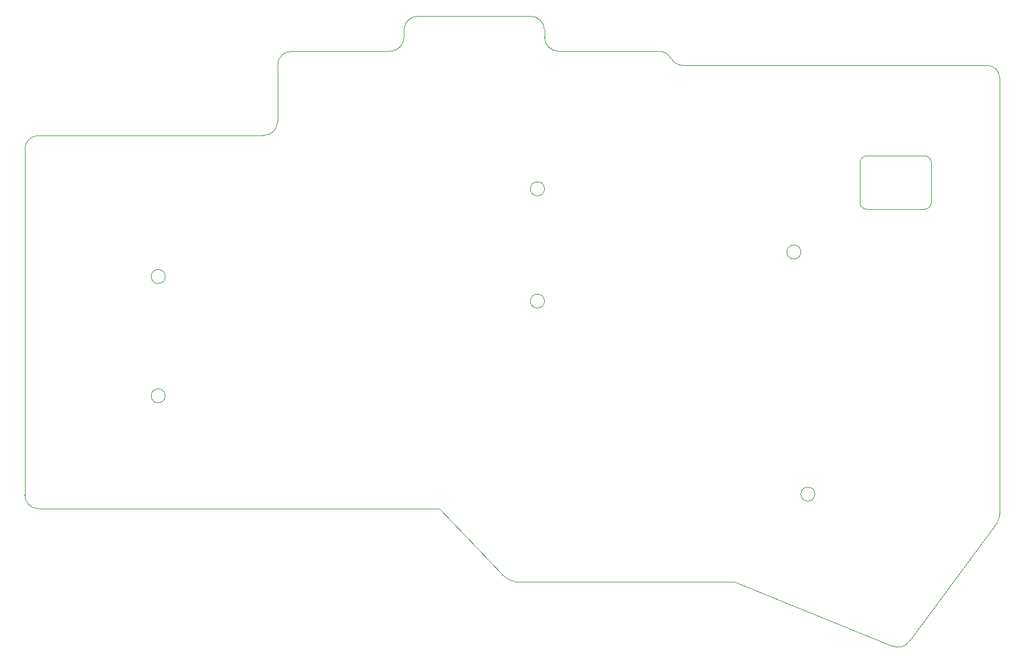
<source format=gm1>
%TF.GenerationSoftware,KiCad,Pcbnew,8.0.4*%
%TF.CreationDate,2024-08-06T18:16:03+02:00*%
%TF.ProjectId,keyboard_pcb,6b657962-6f61-4726-945f-7063622e6b69,rev1.0*%
%TF.SameCoordinates,Original*%
%TF.FileFunction,Profile,NP*%
%FSLAX46Y46*%
G04 Gerber Fmt 4.6, Leading zero omitted, Abs format (unit mm)*
G04 Created by KiCad (PCBNEW 8.0.4) date 2024-08-06 18:16:03*
%MOMM*%
%LPD*%
G01*
G04 APERTURE LIST*
%TA.AperFunction,Profile*%
%ADD10C,0.100000*%
%TD*%
G04 APERTURE END LIST*
D10*
X84000000Y-80500000D02*
G75*
G02*
X82000000Y-80500000I-1000000J0D01*
G01*
X82000000Y-80500000D02*
G75*
G02*
X84000000Y-80500000I1000000J0D01*
G01*
X182900000Y-69900000D02*
X182900000Y-64300000D01*
X201000000Y-50400000D02*
G75*
G02*
X202800000Y-52200000I0J-1800000D01*
G01*
X100000000Y-50400000D02*
G75*
G02*
X102000000Y-48400000I2000000J0D01*
G01*
X138000000Y-84000000D02*
G75*
G02*
X136000000Y-84000000I-1000000J0D01*
G01*
X136000000Y-84000000D02*
G75*
G02*
X138000000Y-84000000I1000000J0D01*
G01*
X66000000Y-113600000D02*
X106500000Y-113600000D01*
X189949999Y-132449999D02*
X202434044Y-115487896D01*
X165000000Y-124000000D02*
X187513868Y-133121447D01*
X118000000Y-45400000D02*
G75*
G02*
X120000000Y-43400000I2000000J0D01*
G01*
X176500000Y-111500000D02*
G75*
G02*
X174500000Y-111500000I-1000000J0D01*
G01*
X174500000Y-111500000D02*
G75*
G02*
X176500000Y-111500000I1000000J0D01*
G01*
X192100000Y-70900000D02*
X183900000Y-70900000D01*
X201000000Y-50400000D02*
X157750002Y-50399998D01*
X182900000Y-64300000D02*
G75*
G02*
X183900000Y-63300000I1000000J0D01*
G01*
X118000000Y-45400000D02*
X118000000Y-46400000D01*
X138000000Y-46400000D02*
X138000000Y-45400000D01*
X193100000Y-69900000D02*
G75*
G02*
X192100000Y-70900000I-1000000J0D01*
G01*
X133759203Y-123957053D02*
G75*
G02*
X132000000Y-123000000I740797J3457053D01*
G01*
X106500000Y-113600000D02*
X123004848Y-113600000D01*
X193092893Y-64300000D02*
X193100000Y-69900000D01*
X123004848Y-113600000D02*
X132000000Y-123000000D01*
X202800000Y-114400000D02*
G75*
G02*
X202434044Y-115487896I-1800000J0D01*
G01*
X100000000Y-50400000D02*
X100000000Y-58400000D01*
X98000000Y-60400000D02*
X66000000Y-60400000D01*
X138000000Y-68000000D02*
G75*
G02*
X136000000Y-68000000I-1000000J0D01*
G01*
X136000000Y-68000000D02*
G75*
G02*
X138000000Y-68000000I1000000J0D01*
G01*
X136000000Y-43400000D02*
G75*
G02*
X138000000Y-45400000I0J-2000000D01*
G01*
X118000000Y-46400000D02*
G75*
G02*
X116000000Y-48400000I-2000000J0D01*
G01*
X66000000Y-113600000D02*
G75*
G02*
X64000000Y-111600000I0J2000000D01*
G01*
X202800000Y-114400000D02*
X202800000Y-113200000D01*
X140000000Y-48400000D02*
G75*
G02*
X138000000Y-46400000I0J2000000D01*
G01*
X157750002Y-50399998D02*
G75*
G02*
X156000023Y-49399986I-2J2031198D01*
G01*
X64000000Y-62400000D02*
X64000000Y-111600000D01*
X192092893Y-63300000D02*
G75*
G02*
X193092900Y-64300000I7J-1000000D01*
G01*
X165000000Y-124000000D02*
X133759203Y-123957053D01*
X183900000Y-70900000D02*
G75*
G02*
X182900000Y-69900000I0J1000000D01*
G01*
X136000000Y-43400000D02*
X120000000Y-43400000D01*
X64000000Y-62400000D02*
G75*
G02*
X66000000Y-60400000I2000000J0D01*
G01*
X183900000Y-63300000D02*
X192092893Y-63300000D01*
X116000000Y-48400000D02*
X102000000Y-48400000D01*
X154300000Y-48400000D02*
G75*
G02*
X156000000Y-49400000I0J-1945000D01*
G01*
X202800000Y-113200000D02*
X202800000Y-52200000D01*
X100000000Y-58400000D02*
G75*
G02*
X98000000Y-60400000I-2000000J0D01*
G01*
X174500000Y-77000000D02*
G75*
G02*
X172500000Y-77000000I-1000000J0D01*
G01*
X172500000Y-77000000D02*
G75*
G02*
X174500000Y-77000000I1000000J0D01*
G01*
X189949999Y-132449999D02*
G75*
G02*
X187513868Y-133121447I-1599999J1049999D01*
G01*
X154300000Y-48400000D02*
X140000000Y-48400000D01*
X84000000Y-97500000D02*
G75*
G02*
X82000000Y-97500000I-1000000J0D01*
G01*
X82000000Y-97500000D02*
G75*
G02*
X84000000Y-97500000I1000000J0D01*
G01*
M02*

</source>
